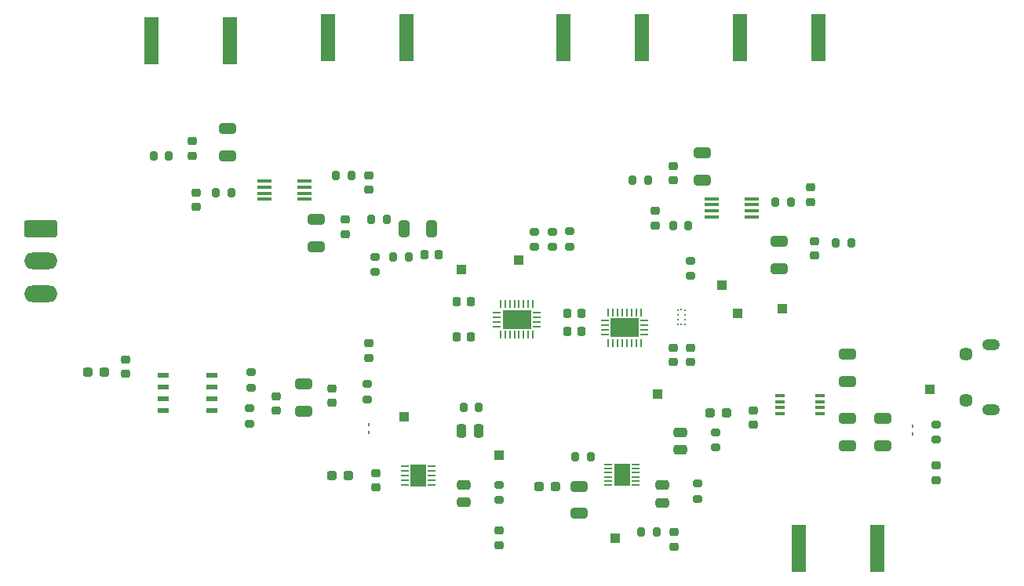
<source format=gbr>
%TF.GenerationSoftware,KiCad,Pcbnew,9.0.3*%
%TF.CreationDate,2025-08-10T07:11:57-04:00*%
%TF.ProjectId,NanoPulse,4e616e6f-5075-46c7-9365-2e6b69636164,Rev 1*%
%TF.SameCoordinates,Original*%
%TF.FileFunction,Soldermask,Bot*%
%TF.FilePolarity,Negative*%
%FSLAX46Y46*%
G04 Gerber Fmt 4.6, Leading zero omitted, Abs format (unit mm)*
G04 Created by KiCad (PCBNEW 9.0.3) date 2025-08-10 07:11:57*
%MOMM*%
%LPD*%
G01*
G04 APERTURE LIST*
G04 Aperture macros list*
%AMRoundRect*
0 Rectangle with rounded corners*
0 $1 Rounding radius*
0 $2 $3 $4 $5 $6 $7 $8 $9 X,Y pos of 4 corners*
0 Add a 4 corners polygon primitive as box body*
4,1,4,$2,$3,$4,$5,$6,$7,$8,$9,$2,$3,0*
0 Add four circle primitives for the rounded corners*
1,1,$1+$1,$2,$3*
1,1,$1+$1,$4,$5*
1,1,$1+$1,$6,$7*
1,1,$1+$1,$8,$9*
0 Add four rect primitives between the rounded corners*
20,1,$1+$1,$2,$3,$4,$5,0*
20,1,$1+$1,$4,$5,$6,$7,0*
20,1,$1+$1,$6,$7,$8,$9,0*
20,1,$1+$1,$8,$9,$2,$3,0*%
G04 Aperture macros list end*
%ADD10R,1.000000X1.000000*%
%ADD11RoundRect,0.200000X0.200000X0.275000X-0.200000X0.275000X-0.200000X-0.275000X0.200000X-0.275000X0*%
%ADD12RoundRect,0.200000X-0.200000X-0.275000X0.200000X-0.275000X0.200000X0.275000X-0.200000X0.275000X0*%
%ADD13RoundRect,0.200000X0.275000X-0.200000X0.275000X0.200000X-0.275000X0.200000X-0.275000X-0.200000X0*%
%ADD14RoundRect,0.237500X0.287500X0.237500X-0.287500X0.237500X-0.287500X-0.237500X0.287500X-0.237500X0*%
%ADD15R,1.500000X5.080000*%
%ADD16RoundRect,0.200000X-0.275000X0.200000X-0.275000X-0.200000X0.275000X-0.200000X0.275000X0.200000X0*%
%ADD17R,3.098800X2.108200*%
%ADD18R,0.812800X0.254000*%
%ADD19R,0.254000X0.812800*%
%ADD20RoundRect,0.250000X-1.550000X0.650000X-1.550000X-0.650000X1.550000X-0.650000X1.550000X0.650000X0*%
%ADD21O,3.600000X1.800000*%
%ADD22O,1.900000X1.200000*%
%ADD23C,1.450000*%
%ADD24R,1.092200X0.381000*%
%ADD25RoundRect,0.250000X0.475000X-0.250000X0.475000X0.250000X-0.475000X0.250000X-0.475000X-0.250000X0*%
%ADD26RoundRect,0.225000X0.225000X0.250000X-0.225000X0.250000X-0.225000X-0.250000X0.225000X-0.250000X0*%
%ADD27RoundRect,0.225000X0.250000X-0.225000X0.250000X0.225000X-0.250000X0.225000X-0.250000X-0.225000X0*%
%ADD28RoundRect,0.250000X-0.650000X0.325000X-0.650000X-0.325000X0.650000X-0.325000X0.650000X0.325000X0*%
%ADD29RoundRect,0.225000X-0.250000X0.225000X-0.250000X-0.225000X0.250000X-0.225000X0.250000X0.225000X0*%
%ADD30RoundRect,0.250000X-0.475000X0.250000X-0.475000X-0.250000X0.475000X-0.250000X0.475000X0.250000X0*%
%ADD31RoundRect,0.250000X0.650000X-0.325000X0.650000X0.325000X-0.650000X0.325000X-0.650000X-0.325000X0*%
%ADD32R,1.524000X0.431800*%
%ADD33RoundRect,0.250000X0.250000X0.475000X-0.250000X0.475000X-0.250000X-0.475000X0.250000X-0.475000X0*%
%ADD34RoundRect,0.062500X0.062500X-0.117500X0.062500X0.117500X-0.062500X0.117500X-0.062500X-0.117500X0*%
%ADD35R,1.257300X0.482600*%
%ADD36RoundRect,0.225000X-0.225000X-0.250000X0.225000X-0.250000X0.225000X0.250000X-0.225000X0.250000X0*%
%ADD37R,0.812800X0.228600*%
%ADD38R,1.752600X2.489200*%
%ADD39RoundRect,0.218750X0.256250X-0.218750X0.256250X0.218750X-0.256250X0.218750X-0.256250X-0.218750X0*%
%ADD40RoundRect,0.218750X-0.256250X0.218750X-0.256250X-0.218750X0.256250X-0.218750X0.256250X0.218750X0*%
%ADD41RoundRect,0.250000X0.325000X0.650000X-0.325000X0.650000X-0.325000X-0.650000X0.325000X-0.650000X0*%
%ADD42R,0.254000X0.203200*%
%ADD43R,0.203200X0.254000*%
G04 APERTURE END LIST*
D10*
%TO.C,TP21*%
X158338759Y-99470045D03*
%TD*%
%TO.C,TP22*%
X171814564Y-90255463D03*
%TD*%
D11*
%TO.C,R77*%
X157325000Y-76405000D03*
X155675000Y-76405000D03*
%TD*%
D12*
%TO.C,R76*%
X127461550Y-80660001D03*
X129111550Y-80660001D03*
%TD*%
%TO.C,R75*%
X177610000Y-83185000D03*
X179260000Y-83185000D03*
%TD*%
D11*
%TO.C,R74*%
X105616550Y-73730001D03*
X103966550Y-73730001D03*
%TD*%
D13*
%TO.C,R73*%
X161925000Y-86762112D03*
X161925000Y-85112112D03*
%TD*%
D14*
%TO.C,FB2*%
X96915000Y-97155000D03*
X98665000Y-97155000D03*
%TD*%
D15*
%TO.C,J5*%
X173550000Y-116205000D03*
X182050000Y-116205000D03*
%TD*%
D11*
%TO.C,R38*%
X123651550Y-75860001D03*
X125301550Y-75860001D03*
%TD*%
D12*
%TO.C,R42*%
X161670000Y-81280000D03*
X160020000Y-81280000D03*
%TD*%
D16*
%TO.C,R68*%
X145060000Y-83593177D03*
X145060000Y-81943177D03*
%TD*%
%TO.C,R69*%
X146965000Y-83593177D03*
X146965000Y-81943177D03*
%TD*%
%TO.C,R70*%
X148870000Y-83590000D03*
X148870000Y-81940000D03*
%TD*%
D17*
%TO.C,U15*%
X154790000Y-92335000D03*
D18*
X152643700Y-92585000D03*
X152643700Y-93085001D03*
D19*
X153040001Y-93986000D03*
X153540000Y-93986000D03*
X154039999Y-93986000D03*
X154540000Y-93986000D03*
X155040000Y-93986000D03*
X155540001Y-93986000D03*
X156040000Y-93986000D03*
X156539999Y-93986000D03*
D18*
X156936300Y-93085001D03*
X156936300Y-92585000D03*
X156936300Y-92085000D03*
X156936300Y-91584999D03*
D19*
X156539999Y-90684000D03*
X156040000Y-90684000D03*
X155540001Y-90684000D03*
X155040000Y-90684000D03*
X154540000Y-90684000D03*
X154039999Y-90684000D03*
X153540000Y-90684000D03*
X153040001Y-90684000D03*
D18*
X152643700Y-91584999D03*
X152643700Y-92085000D03*
%TD*%
D15*
%TO.C,J3*%
X167200000Y-60960000D03*
X175700000Y-60960000D03*
%TD*%
%TO.C,J4*%
X148150000Y-60960000D03*
X156650000Y-60960000D03*
%TD*%
%TO.C,J2*%
X103700000Y-61312500D03*
X112200000Y-61312500D03*
%TD*%
D20*
%TO.C,J6*%
X91832500Y-81645000D03*
D21*
X91832500Y-85145000D03*
X91832500Y-88645000D03*
%TD*%
D15*
%TO.C,J1*%
X122750000Y-60960000D03*
X131250000Y-60960000D03*
%TD*%
D22*
%TO.C,J8*%
X194310000Y-101210000D03*
D23*
X191610000Y-100210000D03*
X191610000Y-95210000D03*
D22*
X194310000Y-94210000D03*
%TD*%
D13*
%TO.C,R10*%
X127000000Y-100075000D03*
X127000000Y-98425000D03*
%TD*%
D12*
%TO.C,R18*%
X156594167Y-114443009D03*
X158244167Y-114443009D03*
%TD*%
D24*
%TO.C,U5*%
X171577000Y-101630000D03*
X171577000Y-100980002D03*
X171577000Y-100330000D03*
X171577000Y-99680002D03*
X175895000Y-99680002D03*
X175895000Y-100330000D03*
X175895000Y-100980002D03*
X175895000Y-101630000D03*
%TD*%
D16*
%TO.C,R14*%
X114300000Y-101052432D03*
X114300000Y-102702432D03*
%TD*%
D25*
%TO.C,C23*%
X137439400Y-111220002D03*
X137439400Y-109320002D03*
%TD*%
D26*
%TO.C,C81*%
X138215000Y-89535000D03*
X136665000Y-89535000D03*
%TD*%
D27*
%TO.C,C57*%
X158115000Y-81280000D03*
X158115000Y-79730000D03*
%TD*%
D28*
%TO.C,C4*%
X120201736Y-98425000D03*
X120201736Y-101375000D03*
%TD*%
D18*
%TO.C,U17*%
X141008700Y-91190000D03*
X141008700Y-90689999D03*
D19*
X141405001Y-89789000D03*
X141905000Y-89789000D03*
X142404999Y-89789000D03*
X142905000Y-89789000D03*
X143405000Y-89789000D03*
X143905001Y-89789000D03*
X144405000Y-89789000D03*
X144904999Y-89789000D03*
D18*
X145301300Y-90689999D03*
X145301300Y-91190000D03*
X145301300Y-91690000D03*
X145301300Y-92190001D03*
D19*
X144904999Y-93091000D03*
X144405000Y-93091000D03*
X143905001Y-93091000D03*
X143405000Y-93091000D03*
X142905000Y-93091000D03*
X142404999Y-93091000D03*
X141905000Y-93091000D03*
X141405001Y-93091000D03*
D18*
X141008700Y-92190001D03*
X141008700Y-91690000D03*
D17*
X143155000Y-91440000D03*
%TD*%
D29*
%TO.C,C78*%
X160020000Y-94475000D03*
X160020000Y-96025000D03*
%TD*%
%TO.C,C3*%
X123190000Y-98920000D03*
X123190000Y-100470000D03*
%TD*%
D28*
%TO.C,C24*%
X182678100Y-102172601D03*
X182678100Y-105122601D03*
%TD*%
D27*
%TO.C,C44*%
X108156550Y-73730001D03*
X108156550Y-72180001D03*
%TD*%
D16*
%TO.C,R17*%
X162689167Y-109173009D03*
X162689167Y-110823009D03*
%TD*%
D30*
%TO.C,C12*%
X160784167Y-103653009D03*
X160784167Y-105553009D03*
%TD*%
D31*
%TO.C,C47*%
X111966550Y-73730001D03*
X111966550Y-70780001D03*
%TD*%
D32*
%TO.C,U12*%
X164198300Y-80349999D03*
X164198300Y-79700001D03*
X164198300Y-79049999D03*
X164198300Y-78400001D03*
X168541700Y-78400001D03*
X168541700Y-79049999D03*
X168541700Y-79700001D03*
X168541700Y-80349999D03*
%TD*%
D28*
%TO.C,C20*%
X178868100Y-95187601D03*
X178868100Y-98137601D03*
%TD*%
D29*
%TO.C,C6*%
X117216736Y-99772568D03*
X117216736Y-101322568D03*
%TD*%
D26*
%TO.C,C80*%
X150140000Y-92710000D03*
X148590000Y-92710000D03*
%TD*%
D16*
%TO.C,R16*%
X164594167Y-103648009D03*
X164594167Y-105298009D03*
%TD*%
D26*
%TO.C,C77*%
X150140000Y-90805000D03*
X148590000Y-90805000D03*
%TD*%
D33*
%TO.C,C22*%
X139065000Y-103505000D03*
X137165000Y-103505000D03*
%TD*%
D14*
%TO.C,FB5*%
X124979400Y-108325002D03*
X123229400Y-108325002D03*
%TD*%
D29*
%TO.C,C52*%
X175260001Y-82980000D03*
X175260001Y-84530000D03*
%TD*%
D34*
%TO.C,D7*%
X127186736Y-102807568D03*
X127186736Y-103647568D03*
%TD*%
D35*
%TO.C,U2*%
X110265286Y-97447868D03*
X110265286Y-98717868D03*
X110265286Y-99987868D03*
X110265286Y-101257868D03*
X105020186Y-101257868D03*
X105020186Y-99987868D03*
X105020186Y-98717868D03*
X105020186Y-97447868D03*
%TD*%
D11*
%TO.C,R15*%
X151154169Y-106293007D03*
X149504169Y-106293007D03*
%TD*%
D36*
%TO.C,C42*%
X133210000Y-84455000D03*
X134760000Y-84455000D03*
%TD*%
D37*
%TO.C,U3*%
X153059169Y-109363009D03*
X153059169Y-108913007D03*
X153059169Y-108463008D03*
X153059169Y-108013006D03*
X153059169Y-107563007D03*
X153059169Y-107113008D03*
X155954769Y-107113005D03*
X155954769Y-107563007D03*
X155954769Y-108013006D03*
X155954769Y-108463008D03*
X155954769Y-108913007D03*
X155954769Y-109363006D03*
D38*
X154506969Y-108238007D03*
%TD*%
D29*
%TO.C,C46*%
X124666550Y-80660001D03*
X124666550Y-82210001D03*
%TD*%
D28*
%TO.C,C55*%
X171450000Y-82980000D03*
X171450000Y-85930000D03*
%TD*%
D16*
%TO.C,R22*%
X188393100Y-102807601D03*
X188393100Y-104457601D03*
%TD*%
D39*
%TO.C,D11*%
X141249400Y-115817502D03*
X141249400Y-114242502D03*
%TD*%
D40*
%TO.C,D8*%
X160149167Y-114443009D03*
X160149167Y-116018009D03*
%TD*%
D16*
%TO.C,R35*%
X127887004Y-84662257D03*
X127887004Y-86312257D03*
%TD*%
D10*
%TO.C,TP6*%
X187758100Y-98997601D03*
%TD*%
D16*
%TO.C,R21*%
X141249400Y-109315002D03*
X141249400Y-110965002D03*
%TD*%
D18*
%TO.C,U6*%
X131089400Y-109315002D03*
X131089400Y-108815000D03*
X131089400Y-108315001D03*
X131089400Y-107815002D03*
X131089400Y-107315000D03*
X133985000Y-107315000D03*
X133985000Y-107815002D03*
X133985000Y-108315001D03*
X133985000Y-108815000D03*
X133985000Y-109315002D03*
D38*
X132537200Y-108315001D03*
%TD*%
D34*
%TO.C,D10*%
X185853100Y-103022601D03*
X185853100Y-103862601D03*
%TD*%
D16*
%TO.C,R13*%
X114486736Y-97155000D03*
X114486736Y-98805000D03*
%TD*%
D32*
%TO.C,U11*%
X120281700Y-76495001D03*
X120281700Y-77144999D03*
X120281700Y-77795001D03*
X120281700Y-78444999D03*
X115938300Y-78444999D03*
X115938300Y-77795001D03*
X115938300Y-77144999D03*
X115938300Y-76495001D03*
%TD*%
D30*
%TO.C,C15*%
X158879167Y-109368009D03*
X158879167Y-111268009D03*
%TD*%
D27*
%TO.C,C54*%
X160020000Y-76405000D03*
X160020000Y-74855000D03*
%TD*%
D28*
%TO.C,C9*%
X149884169Y-109468007D03*
X149884169Y-112418007D03*
%TD*%
D10*
%TO.C,TP2*%
X130996736Y-101957568D03*
%TD*%
D41*
%TO.C,C41*%
X133968418Y-81605083D03*
X131018418Y-81605083D03*
%TD*%
D11*
%TO.C,R34*%
X131470954Y-84700588D03*
X129820954Y-84700588D03*
%TD*%
D28*
%TO.C,C48*%
X121491550Y-80660001D03*
X121491550Y-83610001D03*
%TD*%
D29*
%TO.C,C18*%
X127914400Y-108045002D03*
X127914400Y-109595002D03*
%TD*%
D11*
%TO.C,R20*%
X139070000Y-100965000D03*
X137420000Y-100965000D03*
%TD*%
D14*
%TO.C,FB6*%
X165773100Y-101537601D03*
X164023100Y-101537601D03*
%TD*%
D10*
%TO.C,TP12*%
X167005000Y-90805000D03*
%TD*%
D27*
%TO.C,C50*%
X108536550Y-79315001D03*
X108536550Y-77765001D03*
%TD*%
D10*
%TO.C,TP14*%
X165262348Y-87757394D03*
%TD*%
D29*
%TO.C,C79*%
X161925000Y-94475000D03*
X161925000Y-96025000D03*
%TD*%
D10*
%TO.C,TP13*%
X143331991Y-84999042D03*
%TD*%
%TO.C,TP5*%
X141249400Y-106140002D03*
%TD*%
D27*
%TO.C,C8*%
X100965000Y-97295000D03*
X100965000Y-95745000D03*
%TD*%
D31*
%TO.C,C56*%
X163195000Y-76405000D03*
X163195000Y-73455000D03*
%TD*%
D28*
%TO.C,C21*%
X178868100Y-102172601D03*
X178868100Y-105122601D03*
%TD*%
D10*
%TO.C,TP3*%
X153799167Y-115078009D03*
%TD*%
%TO.C,TP16*%
X137178868Y-86045770D03*
%TD*%
D40*
%TO.C,D6*%
X127186736Y-94032568D03*
X127186736Y-95607568D03*
%TD*%
D14*
%TO.C,FB4*%
X147344169Y-109468007D03*
X145594169Y-109468007D03*
%TD*%
D29*
%TO.C,C58*%
X174880000Y-77190000D03*
X174880000Y-78740000D03*
%TD*%
D42*
%TO.C,U16*%
X160525602Y-91940001D03*
X160525602Y-91440000D03*
X160525602Y-90940000D03*
X160525602Y-90439999D03*
D43*
X160907801Y-90382801D03*
D42*
X161290000Y-90439999D03*
X161290000Y-90940000D03*
X161290000Y-91440000D03*
X161290000Y-91940001D03*
D43*
X160907801Y-91997199D03*
%TD*%
D39*
%TO.C,D12*%
X188393100Y-108827601D03*
X188393100Y-107252601D03*
%TD*%
D29*
%TO.C,C49*%
X127206550Y-75860001D03*
X127206550Y-77410001D03*
%TD*%
%TO.C,C19*%
X168708100Y-101257601D03*
X168708100Y-102807601D03*
%TD*%
D26*
%TO.C,C82*%
X138215000Y-93345000D03*
X136665000Y-93345000D03*
%TD*%
D11*
%TO.C,R43*%
X172720000Y-78740000D03*
X171070000Y-78740000D03*
%TD*%
D12*
%TO.C,R39*%
X110696550Y-77765001D03*
X112346550Y-77765001D03*
%TD*%
M02*

</source>
